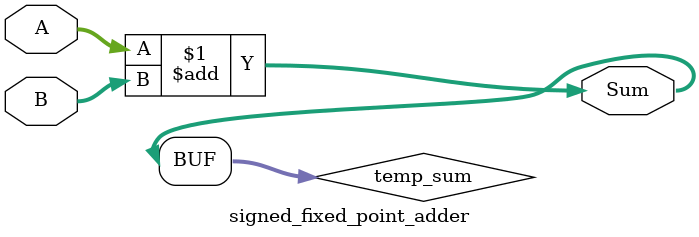
<source format=v>
module signed_fixed_point_adder(
    input signed [3:0] A,       // 4-bit signed fixed-point input A (SS.XXYY)
    input signed [3:0] B,       // 4-bit signed fixed-point input B (SS.XXYY)
    output signed [4:0] Sum     // 5-bit signed output Sum to accommodate overflow
);

    wire signed [4:0] temp_sum; // 5-bit temporary sum to capture the result

    assign temp_sum = A + B;    // Perform addition
    assign Sum = temp_sum;      // Assign the result to output Sum

endmodule
</source>
